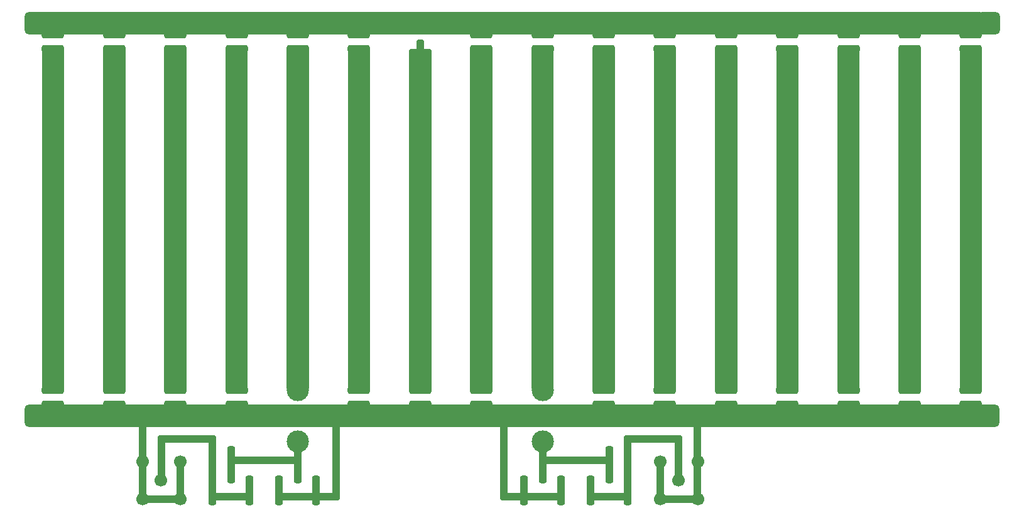
<source format=gbr>
%TF.GenerationSoftware,KiCad,Pcbnew,9.0.4*%
%TF.CreationDate,2025-11-24T10:01:02-06:00*%
%TF.ProjectId,birdcage_rat_head,62697264-6361-4676-955f-7261745f6865,rev?*%
%TF.SameCoordinates,Original*%
%TF.FileFunction,Copper,L1,Top*%
%TF.FilePolarity,Positive*%
%FSLAX46Y46*%
G04 Gerber Fmt 4.6, Leading zero omitted, Abs format (unit mm)*
G04 Created by KiCad (PCBNEW 9.0.4) date 2025-11-24 10:01:02*
%MOMM*%
%LPD*%
G01*
G04 APERTURE LIST*
G04 Aperture macros list*
%AMRoundRect*
0 Rectangle with rounded corners*
0 $1 Rounding radius*
0 $2 $3 $4 $5 $6 $7 $8 $9 X,Y pos of 4 corners*
0 Add a 4 corners polygon primitive as box body*
4,1,4,$2,$3,$4,$5,$6,$7,$8,$9,$2,$3,0*
0 Add four circle primitives for the rounded corners*
1,1,$1+$1,$2,$3*
1,1,$1+$1,$4,$5*
1,1,$1+$1,$6,$7*
1,1,$1+$1,$8,$9*
0 Add four rect primitives between the rounded corners*
20,1,$1+$1,$2,$3,$4,$5,0*
20,1,$1+$1,$4,$5,$6,$7,0*
20,1,$1+$1,$6,$7,$8,$9,0*
20,1,$1+$1,$8,$9,$2,$3,0*%
G04 Aperture macros list end*
%TA.AperFunction,Conductor*%
%ADD10C,0.500000*%
%TD*%
%TA.AperFunction,SMDPad,CuDef*%
%ADD11RoundRect,0.500000X-1.000000X-1.000000X1.000000X-1.000000X1.000000X1.000000X-1.000000X1.000000X0*%
%TD*%
%TA.AperFunction,SMDPad,CuDef*%
%ADD12RoundRect,0.250000X-0.250000X1.750000X-0.250000X-1.750000X0.250000X-1.750000X0.250000X1.750000X0*%
%TD*%
%TA.AperFunction,SMDPad,CuDef*%
%ADD13RoundRect,0.250000X-0.250000X2.250000X-0.250000X-2.250000X0.250000X-2.250000X0.250000X2.250000X0*%
%TD*%
%TA.AperFunction,SMDPad,CuDef*%
%ADD14C,1.700000*%
%TD*%
%TA.AperFunction,SMDPad,CuDef*%
%ADD15RoundRect,0.250000X1.250000X-0.250000X1.250000X0.250000X-1.250000X0.250000X-1.250000X-0.250000X0*%
%TD*%
%TA.AperFunction,SMDPad,CuDef*%
%ADD16RoundRect,0.250000X0.250000X-1.250000X0.250000X1.250000X-0.250000X1.250000X-0.250000X-1.250000X0*%
%TD*%
%TA.AperFunction,ViaPad*%
%ADD17C,3.000000*%
%TD*%
G04 APERTURE END LIST*
%TO.N,Net-(C1-Pad2)*%
D10*
X65343319Y-37070000D02*
X191543530Y-37070000D01*
X191543530Y-39570000D01*
X65343319Y-39570000D01*
X65343319Y-37070000D01*
%TA.AperFunction,Conductor*%
G36*
X65343319Y-37070000D02*
G01*
X191543530Y-37070000D01*
X191543530Y-39570000D01*
X65343319Y-39570000D01*
X65343319Y-37070000D01*
G37*
%TD.AperFunction*%
%TO.N,AC - 0*%
X87810000Y-94289400D02*
X88310000Y-94289400D01*
X88310000Y-101370000D01*
X87810000Y-101370000D01*
X87810000Y-94289400D01*
%TA.AperFunction,Conductor*%
G36*
X87810000Y-94289400D02*
G01*
X88310000Y-94289400D01*
X88310000Y-101370000D01*
X87810000Y-101370000D01*
X87810000Y-94289400D01*
G37*
%TD.AperFunction*%
X80949700Y-94230300D02*
X88310300Y-94230300D01*
X88310300Y-94730300D01*
X80949700Y-94730300D01*
X80949700Y-94230300D01*
%TA.AperFunction,Conductor*%
G36*
X80949700Y-94230300D02*
G01*
X88310300Y-94230300D01*
X88310300Y-94730300D01*
X80949700Y-94730300D01*
X80949700Y-94230300D01*
G37*
%TD.AperFunction*%
%TO.N,Net-(C23-Pad2)*%
X139563446Y-42070000D02*
X142063446Y-42070000D01*
X142063446Y-87570000D01*
X139563446Y-87570000D01*
X139563446Y-42070000D01*
%TA.AperFunction,Conductor*%
G36*
X139563446Y-42070000D02*
G01*
X142063446Y-42070000D01*
X142063446Y-87570000D01*
X139563446Y-87570000D01*
X139563446Y-42070000D01*
G37*
%TD.AperFunction*%
%TO.N,AC - 0*%
X87810000Y-101990000D02*
X93330600Y-101990000D01*
X93330600Y-102490000D01*
X87810000Y-102490000D01*
X87810000Y-101990000D01*
%TA.AperFunction,Conductor*%
G36*
X87810000Y-101990000D02*
G01*
X93330600Y-101990000D01*
X93330600Y-102490000D01*
X87810000Y-102490000D01*
X87810000Y-101990000D01*
G37*
%TD.AperFunction*%
%TO.N,Net-(C12-Pad1)*%
X164303488Y-42070000D02*
X166803488Y-42070000D01*
X166803488Y-87570000D01*
X164303488Y-87570000D01*
X164303488Y-42070000D01*
%TA.AperFunction,Conductor*%
G36*
X164303488Y-42070000D02*
G01*
X166803488Y-42070000D01*
X166803488Y-87570000D01*
X164303488Y-87570000D01*
X164303488Y-42070000D01*
G37*
%TD.AperFunction*%
%TO.N,GND*%
X83480000Y-97610000D02*
X83980000Y-97610000D01*
X83980000Y-102550600D01*
X83480000Y-102550600D01*
X83480000Y-97610000D01*
%TA.AperFunction,Conductor*%
G36*
X83480000Y-97610000D02*
G01*
X83980000Y-97610000D01*
X83980000Y-102550600D01*
X83480000Y-102550600D01*
X83480000Y-97610000D01*
G37*
%TD.AperFunction*%
X78440000Y-91050600D02*
X78940000Y-91050600D01*
X78940000Y-102550600D01*
X78440000Y-102550600D01*
X78440000Y-91050600D01*
%TA.AperFunction,Conductor*%
G36*
X78440000Y-91050600D02*
G01*
X78940000Y-91050600D01*
X78940000Y-102550600D01*
X78440000Y-102550600D01*
X78440000Y-91050600D01*
G37*
%TD.AperFunction*%
%TO.N,Net-(C14-Pad1)*%
X180796849Y-42070000D02*
X183296849Y-42070000D01*
X183296849Y-87570000D01*
X180796849Y-87570000D01*
X180796849Y-42070000D01*
%TA.AperFunction,Conductor*%
G36*
X180796849Y-42070000D02*
G01*
X183296849Y-42070000D01*
X183296849Y-87570000D01*
X180796849Y-87570000D01*
X180796849Y-42070000D01*
G37*
%TD.AperFunction*%
%TO.N,Net-(C5-Pad1)*%
X90339700Y-97070000D02*
X99820300Y-97070000D01*
X99820300Y-97570000D01*
X90339700Y-97570000D01*
X90339700Y-97070000D01*
%TA.AperFunction,Conductor*%
G36*
X90339700Y-97070000D02*
G01*
X99820300Y-97070000D01*
X99820300Y-97570000D01*
X90339700Y-97570000D01*
X90339700Y-97070000D01*
G37*
%TD.AperFunction*%
%TO.N,Net-(C8-Pad1)*%
X132310000Y-95419700D02*
X132810000Y-95419700D01*
X132810000Y-97560300D01*
X132310000Y-97560300D01*
X132310000Y-95419700D01*
%TA.AperFunction,Conductor*%
G36*
X132310000Y-95419700D02*
G01*
X132810000Y-95419700D01*
X132810000Y-97560300D01*
X132310000Y-97560300D01*
X132310000Y-95419700D01*
G37*
%TD.AperFunction*%
%TO.N,Net-(C10-Pad1)*%
X147810127Y-42070000D02*
X150310127Y-42070000D01*
X150310127Y-87570000D01*
X147810127Y-87570000D01*
X147810127Y-42070000D01*
%TA.AperFunction,Conductor*%
G36*
X147810127Y-42070000D02*
G01*
X150310127Y-42070000D01*
X150310127Y-87570000D01*
X147810127Y-87570000D01*
X147810127Y-42070000D01*
G37*
%TD.AperFunction*%
%TO.N,AC - 90*%
X143769700Y-94230300D02*
X151130300Y-94230300D01*
X151130300Y-94730300D01*
X143769700Y-94730300D01*
X143769700Y-94230300D01*
%TA.AperFunction,Conductor*%
G36*
X143769700Y-94230300D02*
G01*
X151130300Y-94230300D01*
X151130300Y-94730300D01*
X143769700Y-94730300D01*
X143769700Y-94230300D01*
G37*
%TD.AperFunction*%
X138759700Y-101990000D02*
X144280300Y-101990000D01*
X144280300Y-102490000D01*
X138759700Y-102490000D01*
X138759700Y-101990000D01*
%TA.AperFunction,Conductor*%
G36*
X138759700Y-101990000D02*
G01*
X144280300Y-101990000D01*
X144280300Y-102490000D01*
X138759700Y-102490000D01*
X138759700Y-101990000D01*
G37*
%TD.AperFunction*%
%TO.N,Net-(C21-Pad2)*%
X114823404Y-42070000D02*
X117323404Y-42070000D01*
X117323404Y-87570000D01*
X114823404Y-87570000D01*
X114823404Y-42070000D01*
%TA.AperFunction,Conductor*%
G36*
X114823404Y-42070000D02*
G01*
X117323404Y-42070000D01*
X117323404Y-87570000D01*
X114823404Y-87570000D01*
X114823404Y-42070000D01*
G37*
%TD.AperFunction*%
%TO.N,GND*%
X148140000Y-97610000D02*
X148640000Y-97610000D01*
X148640000Y-102550600D01*
X148140000Y-102550600D01*
X148140000Y-97610000D01*
%TA.AperFunction,Conductor*%
G36*
X148140000Y-97610000D02*
G01*
X148640000Y-97610000D01*
X148640000Y-102550600D01*
X148140000Y-102550600D01*
X148140000Y-97610000D01*
G37*
%TD.AperFunction*%
%TO.N,Net-(C15-Pad1)*%
X189043530Y-42070000D02*
X191543530Y-42070000D01*
X191543530Y-87570000D01*
X189043530Y-87570000D01*
X189043530Y-42070000D01*
%TA.AperFunction,Conductor*%
G36*
X189043530Y-42070000D02*
G01*
X191543530Y-42070000D01*
X191543530Y-87570000D01*
X189043530Y-87570000D01*
X189043530Y-42070000D01*
G37*
%TD.AperFunction*%
%TO.N,Net-(C13-Pad1)*%
X172550169Y-42070000D02*
X175050169Y-42070000D01*
X175050169Y-87570000D01*
X172550169Y-87570000D01*
X172550169Y-42070000D01*
%TA.AperFunction,Conductor*%
G36*
X172550169Y-42070000D02*
G01*
X175050169Y-42070000D01*
X175050169Y-87570000D01*
X172550169Y-87570000D01*
X172550169Y-42070000D01*
G37*
%TD.AperFunction*%
%TO.N,GND*%
X148309400Y-102300600D02*
X153430000Y-102300600D01*
X153430000Y-102800600D01*
X148309400Y-102800600D01*
X148309400Y-102300600D01*
%TA.AperFunction,Conductor*%
G36*
X148309400Y-102300600D02*
G01*
X153430000Y-102300600D01*
X153430000Y-102800600D01*
X148309400Y-102800600D01*
X148309400Y-102300600D01*
G37*
%TD.AperFunction*%
%TO.N,Net-(C1-Pad1)*%
X65343319Y-42070000D02*
X67843319Y-42070000D01*
X67843319Y-87570000D01*
X65343319Y-87570000D01*
X65343319Y-42070000D01*
%TA.AperFunction,Conductor*%
G36*
X65343319Y-42070000D02*
G01*
X67843319Y-42070000D01*
X67843319Y-87570000D01*
X65343319Y-87570000D01*
X65343319Y-42070000D01*
G37*
%TD.AperFunction*%
%TO.N,Net-(C20-Pad2)*%
X106576723Y-42070000D02*
X109076723Y-42070000D01*
X109076723Y-87570000D01*
X106576723Y-87570000D01*
X106576723Y-42070000D01*
%TA.AperFunction,Conductor*%
G36*
X106576723Y-42070000D02*
G01*
X109076723Y-42070000D01*
X109076723Y-87570000D01*
X106576723Y-87570000D01*
X106576723Y-42070000D01*
G37*
%TD.AperFunction*%
%TO.N,GND*%
X96799700Y-101990000D02*
X104970300Y-101990000D01*
X104970300Y-102490000D01*
X96799700Y-102490000D01*
X96799700Y-101990000D01*
%TA.AperFunction,Conductor*%
G36*
X96799700Y-101990000D02*
G01*
X104970300Y-101990000D01*
X104970300Y-102490000D01*
X96799700Y-102490000D01*
X96799700Y-101990000D01*
G37*
%TD.AperFunction*%
X104470000Y-90819700D02*
X104970000Y-90819700D01*
X104970000Y-102479700D01*
X104470000Y-102479700D01*
X104470000Y-90819700D01*
%TA.AperFunction,Conductor*%
G36*
X104470000Y-90819700D02*
G01*
X104970000Y-90819700D01*
X104970000Y-102479700D01*
X104470000Y-102479700D01*
X104470000Y-90819700D01*
G37*
%TD.AperFunction*%
%TO.N,AC - 0*%
X80950042Y-94229400D02*
X81450042Y-94229400D01*
X81450042Y-100050000D01*
X80950042Y-100050000D01*
X80950042Y-94229400D01*
%TA.AperFunction,Conductor*%
G36*
X80950042Y-94229400D02*
G01*
X81450042Y-94229400D01*
X81450042Y-100050000D01*
X80950042Y-100050000D01*
X80950042Y-94229400D01*
G37*
%TD.AperFunction*%
%TO.N,GND*%
X65343319Y-90070000D02*
X191543530Y-90070000D01*
X191543530Y-92570000D01*
X65343319Y-92570000D01*
X65343319Y-90070000D01*
%TA.AperFunction,Conductor*%
G36*
X65343319Y-90070000D02*
G01*
X191543530Y-90070000D01*
X191543530Y-92570000D01*
X65343319Y-92570000D01*
X65343319Y-90070000D01*
G37*
%TD.AperFunction*%
X153180000Y-91230000D02*
X153680000Y-91230000D01*
X153680000Y-102550600D01*
X153180000Y-102550600D01*
X153180000Y-91230000D01*
%TA.AperFunction,Conductor*%
G36*
X153180000Y-91230000D02*
G01*
X153680000Y-91230000D01*
X153680000Y-102550600D01*
X153180000Y-102550600D01*
X153180000Y-91230000D01*
G37*
%TD.AperFunction*%
%TO.N,Net-(C11-Pad1)*%
X156056807Y-42070000D02*
X158556807Y-42070000D01*
X158556807Y-87570000D01*
X156056807Y-87570000D01*
X156056807Y-42070000D01*
%TA.AperFunction,Conductor*%
G36*
X156056807Y-42070000D02*
G01*
X158556807Y-42070000D01*
X158556807Y-87570000D01*
X156056807Y-87570000D01*
X156056807Y-42070000D01*
G37*
%TD.AperFunction*%
%TO.N,Net-(C8-Pad1)*%
X132309400Y-97070000D02*
X141790000Y-97070000D01*
X141790000Y-97570000D01*
X132309400Y-97570000D01*
X132309400Y-97070000D01*
%TA.AperFunction,Conductor*%
G36*
X132309400Y-97070000D02*
G01*
X141790000Y-97070000D01*
X141790000Y-97570000D01*
X132309400Y-97570000D01*
X132309400Y-97070000D01*
G37*
%TD.AperFunction*%
%TO.N,AC - 90*%
X143790000Y-94279400D02*
X144290000Y-94279400D01*
X144290000Y-101360000D01*
X143790000Y-101360000D01*
X143790000Y-94279400D01*
%TA.AperFunction,Conductor*%
G36*
X143790000Y-94279400D02*
G01*
X144290000Y-94279400D01*
X144290000Y-101360000D01*
X143790000Y-101360000D01*
X143790000Y-94279400D01*
G37*
%TD.AperFunction*%
%TO.N,Net-(C22-Pad2)*%
X123070084Y-42070000D02*
X125570084Y-42070000D01*
X125570084Y-87570000D01*
X123070084Y-87570000D01*
X123070084Y-42070000D01*
%TA.AperFunction,Conductor*%
G36*
X123070084Y-42070000D02*
G01*
X125570084Y-42070000D01*
X125570084Y-87570000D01*
X123070084Y-87570000D01*
X123070084Y-42070000D01*
G37*
%TD.AperFunction*%
%TO.N,Net-(C17-Pad2)*%
X73590000Y-42070000D02*
X76090000Y-42070000D01*
X76090000Y-87570000D01*
X73590000Y-87570000D01*
X73590000Y-42070000D01*
%TA.AperFunction,Conductor*%
G36*
X73590000Y-42070000D02*
G01*
X76090000Y-42070000D01*
X76090000Y-87570000D01*
X73590000Y-87570000D01*
X73590000Y-42070000D01*
G37*
%TD.AperFunction*%
%TO.N,Net-(C8-Pad1)*%
X131316765Y-42070000D02*
X133816765Y-42070000D01*
X133816765Y-87570000D01*
X131316765Y-87570000D01*
X131316765Y-42070000D01*
%TA.AperFunction,Conductor*%
G36*
X131316765Y-42070000D02*
G01*
X133816765Y-42070000D01*
X133816765Y-87570000D01*
X131316765Y-87570000D01*
X131316765Y-42070000D01*
G37*
%TD.AperFunction*%
%TO.N,GND*%
X127130000Y-91000000D02*
X127630000Y-91000000D01*
X127630000Y-102480000D01*
X127130000Y-102480000D01*
X127130000Y-91000000D01*
%TA.AperFunction,Conductor*%
G36*
X127130000Y-91000000D02*
G01*
X127630000Y-91000000D01*
X127630000Y-102480000D01*
X127130000Y-102480000D01*
X127130000Y-91000000D01*
G37*
%TD.AperFunction*%
%TO.N,Net-(C18-Pad2)*%
X81836681Y-42070000D02*
X84336681Y-42070000D01*
X84336681Y-87570000D01*
X81836681Y-87570000D01*
X81836681Y-42070000D01*
%TA.AperFunction,Conductor*%
G36*
X81836681Y-42070000D02*
G01*
X84336681Y-42070000D01*
X84336681Y-87570000D01*
X81836681Y-87570000D01*
X81836681Y-42070000D01*
G37*
%TD.AperFunction*%
%TO.N,Net-(C19-Pad2)*%
X90083362Y-42070000D02*
X92583362Y-42070000D01*
X92583362Y-87570000D01*
X90083362Y-87570000D01*
X90083362Y-42070000D01*
%TA.AperFunction,Conductor*%
G36*
X90083362Y-42070000D02*
G01*
X92583362Y-42070000D01*
X92583362Y-87570000D01*
X90083362Y-87570000D01*
X90083362Y-42070000D01*
G37*
%TD.AperFunction*%
%TO.N,AC - 90*%
X150660000Y-94229400D02*
X151160000Y-94229400D01*
X151160000Y-100050000D01*
X150660000Y-100050000D01*
X150660000Y-94229400D01*
%TA.AperFunction,Conductor*%
G36*
X150660000Y-94229400D02*
G01*
X151160000Y-94229400D01*
X151160000Y-100050000D01*
X150660000Y-100050000D01*
X150660000Y-94229400D01*
G37*
%TD.AperFunction*%
%TO.N,Net-(C5-Pad1)*%
X99320000Y-97194600D02*
X99820000Y-97194600D01*
X99820000Y-97390000D01*
X99320000Y-97390000D01*
X99320000Y-97194600D01*
%TA.AperFunction,Conductor*%
G36*
X99320000Y-97194600D02*
G01*
X99820000Y-97194600D01*
X99820000Y-97390000D01*
X99320000Y-97390000D01*
X99320000Y-97194600D01*
G37*
%TD.AperFunction*%
%TO.N,GND*%
X78609400Y-102300600D02*
X83730000Y-102300600D01*
X83730000Y-102800600D01*
X78609400Y-102800600D01*
X78609400Y-102300600D01*
%TA.AperFunction,Conductor*%
G36*
X78609400Y-102300600D02*
G01*
X83730000Y-102300600D01*
X83730000Y-102800600D01*
X78609400Y-102800600D01*
X78609400Y-102300600D01*
G37*
%TD.AperFunction*%
%TO.N,Net-(C5-Pad1)*%
X98330042Y-42070000D02*
X100830042Y-42070000D01*
X100830042Y-87570000D01*
X98330042Y-87570000D01*
X98330042Y-42070000D01*
%TA.AperFunction,Conductor*%
G36*
X98330042Y-42070000D02*
G01*
X100830042Y-42070000D01*
X100830042Y-87570000D01*
X98330042Y-87570000D01*
X98330042Y-42070000D01*
G37*
%TD.AperFunction*%
%TO.N,GND*%
X127129400Y-101990000D02*
X135300000Y-101990000D01*
X135300000Y-102490000D01*
X127129400Y-102490000D01*
X127129400Y-101990000D01*
%TA.AperFunction,Conductor*%
G36*
X127129400Y-101990000D02*
G01*
X135300000Y-101990000D01*
X135300000Y-102490000D01*
X127129400Y-102490000D01*
X127129400Y-101990000D01*
G37*
%TD.AperFunction*%
%TD*%
D11*
%TO.P,REF\u002A\u002A,1*%
%TO.N,Net-(C1-Pad2)*%
X64240000Y-38320000D03*
%TD*%
D12*
%TO.P,C_Tune_1,1*%
%TO.N,GND*%
X102070042Y-101390000D03*
X97050042Y-101390000D03*
D13*
%TO.P,C_Tune_1,2*%
%TO.N,Net-(C5-Pad1)*%
X99570042Y-97890000D03*
%TD*%
D14*
%TO.P,J1,1,In*%
%TO.N,AC - 0*%
X81150042Y-100060000D03*
%TO.P,J1,2,Ext*%
%TO.N,GND*%
X83740042Y-97520000D03*
X78660042Y-97520000D03*
X83740042Y-102600000D03*
X78660042Y-102600000D03*
%TD*%
D15*
%TO.P,C24,1*%
%TO.N,GND*%
X149060127Y-89820000D03*
%TO.P,C24,2*%
%TO.N,Net-(C10-Pad1)*%
X149060127Y-87820000D03*
%TD*%
D11*
%TO.P,REF\u002A\u002A,1*%
%TO.N,GND*%
X64230000Y-91320000D03*
%TD*%
D15*
%TO.P,C14,1*%
%TO.N,Net-(C14-Pad1)*%
X182046849Y-41820000D03*
%TO.P,C14,2*%
%TO.N,Net-(C1-Pad2)*%
X182046849Y-39820000D03*
%TD*%
%TO.P,C16,1*%
%TO.N,GND*%
X66593319Y-89820000D03*
%TO.P,C16,2*%
%TO.N,Net-(C1-Pad1)*%
X66593319Y-87820000D03*
%TD*%
D12*
%TO.P,C_Match_1,1*%
%TO.N,AC - 0*%
X93084842Y-101390000D03*
X88064842Y-101390000D03*
D13*
%TO.P,C_Match_1,2*%
%TO.N,Net-(C5-Pad1)*%
X90584842Y-97890000D03*
%TD*%
D15*
%TO.P,C21,1*%
%TO.N,GND*%
X116073404Y-89820000D03*
%TO.P,C21,2*%
%TO.N,Net-(C21-Pad2)*%
X116073404Y-87820000D03*
%TD*%
%TO.P,C1,1*%
%TO.N,Net-(C1-Pad1)*%
X66593319Y-41820000D03*
%TO.P,C1,2*%
%TO.N,Net-(C1-Pad2)*%
X66593319Y-39820000D03*
%TD*%
%TO.P,C10,1*%
%TO.N,Net-(C10-Pad1)*%
X149060127Y-41820000D03*
%TO.P,C10,2*%
%TO.N,Net-(C1-Pad2)*%
X149060127Y-39820000D03*
%TD*%
%TO.P,C18,1*%
%TO.N,GND*%
X83086681Y-89820000D03*
%TO.P,C18,2*%
%TO.N,Net-(C18-Pad2)*%
X83086681Y-87820000D03*
%TD*%
D11*
%TO.P,REF\u002A\u002A,1*%
%TO.N,GND*%
X192660000Y-91320000D03*
%TD*%
D15*
%TO.P,C17,1*%
%TO.N,GND*%
X74840000Y-89820000D03*
%TO.P,C17,2*%
%TO.N,Net-(C17-Pad2)*%
X74840000Y-87820000D03*
%TD*%
%TO.P,C27,1*%
%TO.N,GND*%
X173800169Y-89820000D03*
%TO.P,C27,2*%
%TO.N,Net-(C13-Pad1)*%
X173800169Y-87820000D03*
%TD*%
%TO.P,C4,1*%
%TO.N,Net-(C19-Pad2)*%
X91333362Y-41820000D03*
%TO.P,C4,2*%
%TO.N,Net-(C1-Pad2)*%
X91333362Y-39820000D03*
%TD*%
D12*
%TO.P,C_Tune_2,1*%
%TO.N,GND*%
X135056765Y-101390000D03*
X130036765Y-101390000D03*
D13*
%TO.P,C_Tune_2,2*%
%TO.N,Net-(C8-Pad1)*%
X132556765Y-97890000D03*
%TD*%
D15*
%TO.P,C29,1*%
%TO.N,GND*%
X190293530Y-89820000D03*
%TO.P,C29,2*%
%TO.N,Net-(C15-Pad1)*%
X190293530Y-87820000D03*
%TD*%
%TO.P,C5,1*%
%TO.N,Net-(C5-Pad1)*%
X99580042Y-41820000D03*
%TO.P,C5,2*%
%TO.N,Net-(C1-Pad2)*%
X99580042Y-39820000D03*
%TD*%
D14*
%TO.P,J2,1,In*%
%TO.N,AC - 90*%
X150901965Y-100060000D03*
%TO.P,J2,2,Ext*%
%TO.N,GND*%
X153491965Y-97520000D03*
X148411965Y-97520000D03*
X153491965Y-102600000D03*
X148411965Y-102600000D03*
%TD*%
D15*
%TO.P,C8,1*%
%TO.N,Net-(C8-Pad1)*%
X132566765Y-41820000D03*
%TO.P,C8,2*%
%TO.N,Net-(C1-Pad2)*%
X132566765Y-39820000D03*
%TD*%
%TO.P,C22,1*%
%TO.N,GND*%
X124320084Y-89820000D03*
%TO.P,C22,2*%
%TO.N,Net-(C22-Pad2)*%
X124320084Y-87820000D03*
%TD*%
%TO.P,C9,1*%
%TO.N,Net-(C23-Pad2)*%
X140813446Y-41820000D03*
%TO.P,C9,2*%
%TO.N,Net-(C1-Pad2)*%
X140813446Y-39820000D03*
%TD*%
%TO.P,C3,1*%
%TO.N,Net-(C18-Pad2)*%
X83086681Y-41820000D03*
%TO.P,C3,2*%
%TO.N,Net-(C1-Pad2)*%
X83086681Y-39820000D03*
%TD*%
%TO.P,C25,1*%
%TO.N,GND*%
X157306807Y-89820000D03*
%TO.P,C25,2*%
%TO.N,Net-(C11-Pad1)*%
X157306807Y-87820000D03*
%TD*%
%TO.P,C19,1*%
%TO.N,GND*%
X91333362Y-89820000D03*
%TO.P,C19,2*%
%TO.N,Net-(C19-Pad2)*%
X91333362Y-87820000D03*
%TD*%
D16*
%TO.P,C_D1,1*%
%TO.N,Net-(C1-Pad2)*%
X114370000Y-38310000D03*
X117870000Y-38310000D03*
%TO.P,C_D1,2*%
%TO.N,Net-(C21-Pad2)*%
X116070000Y-42010000D03*
%TD*%
D11*
%TO.P,REF\u002A\u002A,1*%
%TO.N,Net-(C1-Pad2)*%
X192670000Y-38320000D03*
%TD*%
D15*
%TO.P,C13,1*%
%TO.N,Net-(C13-Pad1)*%
X173800169Y-41820000D03*
%TO.P,C13,2*%
%TO.N,Net-(C1-Pad2)*%
X173800169Y-39820000D03*
%TD*%
%TO.P,C12,1*%
%TO.N,Net-(C12-Pad1)*%
X165553488Y-41820000D03*
%TO.P,C12,2*%
%TO.N,Net-(C1-Pad2)*%
X165553488Y-39820000D03*
%TD*%
%TO.P,C15,1*%
%TO.N,Net-(C15-Pad1)*%
X190293530Y-41820000D03*
%TO.P,C15,2*%
%TO.N,Net-(C1-Pad2)*%
X190293530Y-39820000D03*
%TD*%
%TO.P,C26,1*%
%TO.N,GND*%
X165553488Y-89820000D03*
%TO.P,C26,2*%
%TO.N,Net-(C12-Pad1)*%
X165553488Y-87820000D03*
%TD*%
%TO.P,C28,1*%
%TO.N,GND*%
X182046849Y-89820000D03*
%TO.P,C28,2*%
%TO.N,Net-(C14-Pad1)*%
X182046849Y-87820000D03*
%TD*%
%TO.P,C7,1*%
%TO.N,Net-(C22-Pad2)*%
X124320084Y-41820000D03*
%TO.P,C7,2*%
%TO.N,Net-(C1-Pad2)*%
X124320084Y-39820000D03*
%TD*%
%TO.P,C23,1*%
%TO.N,GND*%
X140813446Y-89820000D03*
%TO.P,C23,2*%
%TO.N,Net-(C23-Pad2)*%
X140813446Y-87820000D03*
%TD*%
%TO.P,C11,1*%
%TO.N,Net-(C11-Pad1)*%
X157306807Y-41820000D03*
%TO.P,C11,2*%
%TO.N,Net-(C1-Pad2)*%
X157306807Y-39820000D03*
%TD*%
%TO.P,C20,1*%
%TO.N,GND*%
X107826723Y-89820000D03*
%TO.P,C20,2*%
%TO.N,Net-(C20-Pad2)*%
X107826723Y-87820000D03*
%TD*%
%TO.P,C2,1*%
%TO.N,Net-(C17-Pad2)*%
X74840000Y-41820000D03*
%TO.P,C2,2*%
%TO.N,Net-(C1-Pad2)*%
X74840000Y-39820000D03*
%TD*%
D12*
%TO.P,C_Match_2,1*%
%TO.N,AC - 90*%
X144041965Y-101390000D03*
X139021965Y-101390000D03*
D13*
%TO.P,C_Match_2,2*%
%TO.N,Net-(C8-Pad1)*%
X141541965Y-97890000D03*
%TD*%
D15*
%TO.P,C6,1*%
%TO.N,Net-(C20-Pad2)*%
X107826723Y-41820000D03*
%TO.P,C6,2*%
%TO.N,Net-(C1-Pad2)*%
X107826723Y-39820000D03*
%TD*%
D17*
%TO.N,Net-(C5-Pad1)*%
X99580042Y-87830000D03*
X99580042Y-94820000D03*
%TO.N,Net-(C8-Pad1)*%
X132566765Y-94820000D03*
X132566765Y-87830000D03*
%TD*%
M02*

</source>
